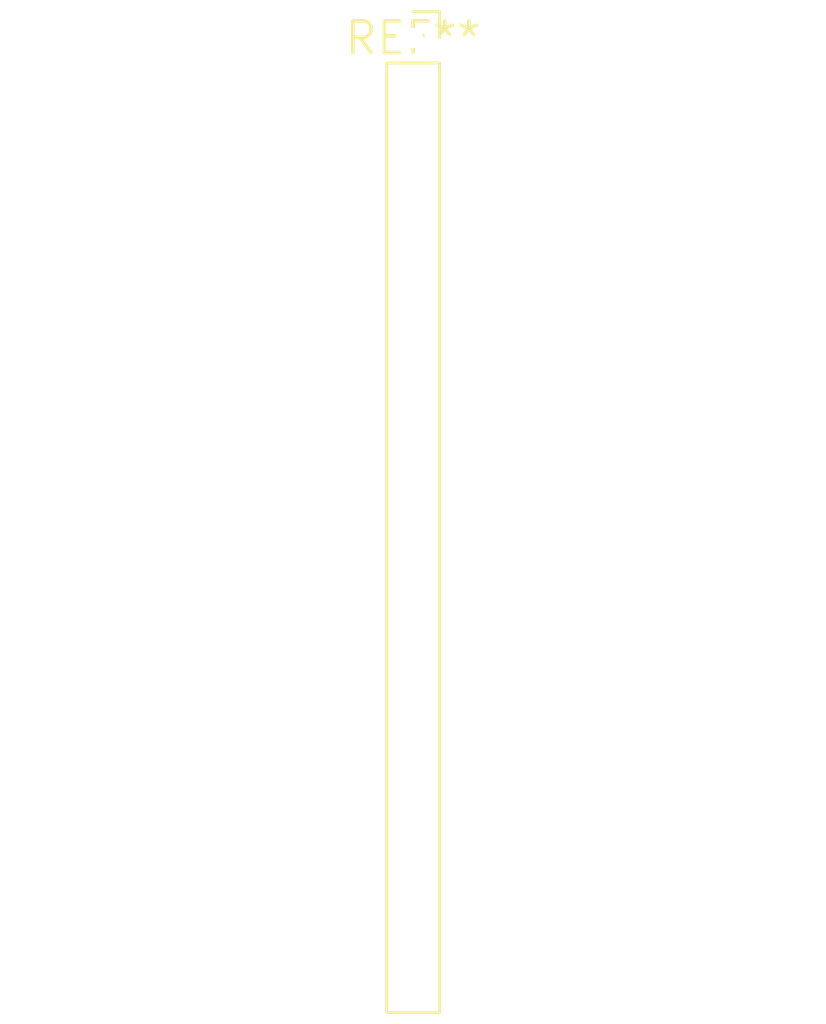
<source format=kicad_pcb>
(kicad_pcb (version 20240108) (generator pcbnew)
  (layers (0 "F.Cu" signal) (31 "B.Cu" signal) (34 "B.Paste" user) (35 "F.Paste" user) (36 "B.SilkS" user "B.Silkscreen") (37 "F.SilkS" user "F.Silkscreen") (38 "B.Mask" user) (39 "F.Mask" user) (44 "Edge.Cuts" user))
  (net 0 "")
  (footprint "PinSocket_1x20_P2.00mm_Vertical" (layer "F.Cu") (at 0 0)
    (property "Reference" "REF**")
    (property "Value" "PinSocket_1x20_P2.00mm_Vertical")
    (fp_line (start -1.06 1) (end -1.06 39.06) (layer "F.SilkS") (stroke (width 0.12)))
    (fp_line (start -1.06 1) (end 1.06 1) (layer "F.SilkS") (stroke (width 0.12)))
    (fp_line (start -1.06 39.06) (end 1.06 39.06) (layer "F.SilkS") (stroke (width 0.12)))
    (fp_line (start 0 -1.06) (end 1.06 -1.06) (layer "F.SilkS") (stroke (width 0.12)))
    (fp_line (start 1.06 -1.06) (end 1.06 0) (layer "F.SilkS") (stroke (width 0.12)))
    (fp_line (start 1.06 1) (end 1.06 39.06) (layer "F.SilkS") (stroke (width 0.12)))
    (pad "1" thru_hole rect (at 0 0) (size 1.35 1.35) (drill 0.8) (layers *.Cu *.Mask) (remove_unused_layers))
    (pad "2" thru_hole oval (at 0 2) (size 1.35 1.35) (drill 0.8) (layers *.Cu *.Mask) (remove_unused_layers))
    (pad "3" thru_hole oval (at 0 4) (size 1.35 1.35) (drill 0.8) (layers *.Cu *.Mask) (remove_unused_layers))
    (pad "4" thru_hole oval (at 0 6) (size 1.35 1.35) (drill 0.8) (layers *.Cu *.Mask) (remove_unused_layers))
    (pad "5" thru_hole oval (at 0 8) (size 1.35 1.35) (drill 0.8) (layers *.Cu *.Mask) (remove_unused_layers))
    (pad "6" thru_hole oval (at 0 10) (size 1.35 1.35) (drill 0.8) (layers *.Cu *.Mask) (remove_unused_layers))
    (pad "7" thru_hole oval (at 0 12) (size 1.35 1.35) (drill 0.8) (layers *.Cu *.Mask) (remove_unused_layers))
    (pad "8" thru_hole oval (at 0 14) (size 1.35 1.35) (drill 0.8) (layers *.Cu *.Mask) (remove_unused_layers))
    (pad "9" thru_hole oval (at 0 16) (size 1.35 1.35) (drill 0.8) (layers *.Cu *.Mask) (remove_unused_layers))
    (pad "10" thru_hole oval (at 0 18) (size 1.35 1.35) (drill 0.8) (layers *.Cu *.Mask) (remove_unused_layers))
    (pad "11" thru_hole oval (at 0 20) (size 1.35 1.35) (drill 0.8) (layers *.Cu *.Mask) (remove_unused_layers))
    (pad "12" thru_hole oval (at 0 22) (size 1.35 1.35) (drill 0.8) (layers *.Cu *.Mask) (remove_unused_layers))
    (pad "13" thru_hole oval (at 0 24) (size 1.35 1.35) (drill 0.8) (layers *.Cu *.Mask) (remove_unused_layers))
    (pad "14" thru_hole oval (at 0 26) (size 1.35 1.35) (drill 0.8) (layers *.Cu *.Mask) (remove_unused_layers))
    (pad "15" thru_hole oval (at 0 28) (size 1.35 1.35) (drill 0.8) (layers *.Cu *.Mask) (remove_unused_layers))
    (pad "16" thru_hole oval (at 0 30) (size 1.35 1.35) (drill 0.8) (layers *.Cu *.Mask) (remove_unused_layers))
    (pad "17" thru_hole oval (at 0 32) (size 1.35 1.35) (drill 0.8) (layers *.Cu *.Mask) (remove_unused_layers))
    (pad "18" thru_hole oval (at 0 34) (size 1.35 1.35) (drill 0.8) (layers *.Cu *.Mask) (remove_unused_layers))
    (pad "19" thru_hole oval (at 0 36) (size 1.35 1.35) (drill 0.8) (layers *.Cu *.Mask) (remove_unused_layers))
    (pad "20" thru_hole oval (at 0 38) (size 1.35 1.35) (drill 0.8) (layers *.Cu *.Mask) (remove_unused_layers))
  )
)
</source>
